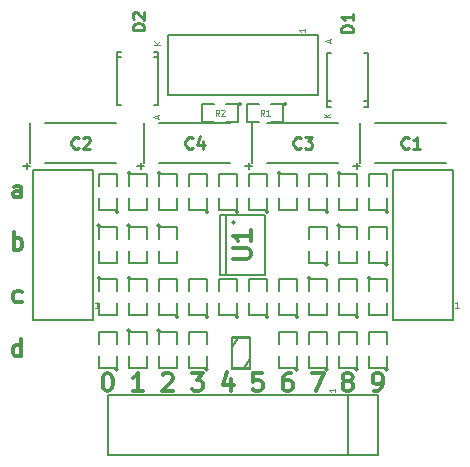
<source format=gbr>
G04 #@! TF.FileFunction,Legend,Top*
%FSLAX46Y46*%
G04 Gerber Fmt 4.6, Leading zero omitted, Abs format (unit mm)*
G04 Created by KiCad (PCBNEW 4.0.1-stable) date 8. 8. 2016 15:38:06*
%MOMM*%
G01*
G04 APERTURE LIST*
%ADD10C,0.100000*%
%ADD11C,0.300000*%
%ADD12C,0.150000*%
%ADD13C,0.050000*%
%ADD14C,0.304800*%
%ADD15C,0.109220*%
%ADD16C,0.250000*%
%ADD17C,0.099060*%
%ADD18C,0.175000*%
G04 APERTURE END LIST*
D10*
D11*
X128591429Y-105961571D02*
X128591429Y-104461571D01*
X128591429Y-105890143D02*
X128448572Y-105961571D01*
X128162858Y-105961571D01*
X128020000Y-105890143D01*
X127948572Y-105818714D01*
X127877143Y-105675857D01*
X127877143Y-105247286D01*
X127948572Y-105104429D01*
X128020000Y-105033000D01*
X128162858Y-104961571D01*
X128448572Y-104961571D01*
X128591429Y-105033000D01*
X128627143Y-101318143D02*
X128484286Y-101389571D01*
X128198572Y-101389571D01*
X128055714Y-101318143D01*
X127984286Y-101246714D01*
X127912857Y-101103857D01*
X127912857Y-100675286D01*
X127984286Y-100532429D01*
X128055714Y-100461000D01*
X128198572Y-100389571D01*
X128484286Y-100389571D01*
X128627143Y-100461000D01*
X127948572Y-96944571D02*
X127948572Y-95444571D01*
X127948572Y-96016000D02*
X128091429Y-95944571D01*
X128377143Y-95944571D01*
X128520000Y-96016000D01*
X128591429Y-96087429D01*
X128662858Y-96230286D01*
X128662858Y-96658857D01*
X128591429Y-96801714D01*
X128520000Y-96873143D01*
X128377143Y-96944571D01*
X128091429Y-96944571D01*
X127948572Y-96873143D01*
X128591429Y-92499571D02*
X128591429Y-91713857D01*
X128520000Y-91571000D01*
X128377143Y-91499571D01*
X128091429Y-91499571D01*
X127948572Y-91571000D01*
X128591429Y-92428143D02*
X128448572Y-92499571D01*
X128091429Y-92499571D01*
X127948572Y-92428143D01*
X127877143Y-92285286D01*
X127877143Y-92142429D01*
X127948572Y-91999571D01*
X128091429Y-91928143D01*
X128448572Y-91928143D01*
X128591429Y-91856714D01*
X158464286Y-108882571D02*
X158750001Y-108882571D01*
X158892858Y-108811143D01*
X158964286Y-108739714D01*
X159107144Y-108525429D01*
X159178572Y-108239714D01*
X159178572Y-107668286D01*
X159107144Y-107525429D01*
X159035715Y-107454000D01*
X158892858Y-107382571D01*
X158607144Y-107382571D01*
X158464286Y-107454000D01*
X158392858Y-107525429D01*
X158321429Y-107668286D01*
X158321429Y-108025429D01*
X158392858Y-108168286D01*
X158464286Y-108239714D01*
X158607144Y-108311143D01*
X158892858Y-108311143D01*
X159035715Y-108239714D01*
X159107144Y-108168286D01*
X159178572Y-108025429D01*
X156067144Y-108025429D02*
X155924286Y-107954000D01*
X155852858Y-107882571D01*
X155781429Y-107739714D01*
X155781429Y-107668286D01*
X155852858Y-107525429D01*
X155924286Y-107454000D01*
X156067144Y-107382571D01*
X156352858Y-107382571D01*
X156495715Y-107454000D01*
X156567144Y-107525429D01*
X156638572Y-107668286D01*
X156638572Y-107739714D01*
X156567144Y-107882571D01*
X156495715Y-107954000D01*
X156352858Y-108025429D01*
X156067144Y-108025429D01*
X155924286Y-108096857D01*
X155852858Y-108168286D01*
X155781429Y-108311143D01*
X155781429Y-108596857D01*
X155852858Y-108739714D01*
X155924286Y-108811143D01*
X156067144Y-108882571D01*
X156352858Y-108882571D01*
X156495715Y-108811143D01*
X156567144Y-108739714D01*
X156638572Y-108596857D01*
X156638572Y-108311143D01*
X156567144Y-108168286D01*
X156495715Y-108096857D01*
X156352858Y-108025429D01*
X153170001Y-107382571D02*
X154170001Y-107382571D01*
X153527144Y-108882571D01*
X151415715Y-107382571D02*
X151130001Y-107382571D01*
X150987144Y-107454000D01*
X150915715Y-107525429D01*
X150772858Y-107739714D01*
X150701429Y-108025429D01*
X150701429Y-108596857D01*
X150772858Y-108739714D01*
X150844286Y-108811143D01*
X150987144Y-108882571D01*
X151272858Y-108882571D01*
X151415715Y-108811143D01*
X151487144Y-108739714D01*
X151558572Y-108596857D01*
X151558572Y-108239714D01*
X151487144Y-108096857D01*
X151415715Y-108025429D01*
X151272858Y-107954000D01*
X150987144Y-107954000D01*
X150844286Y-108025429D01*
X150772858Y-108096857D01*
X150701429Y-108239714D01*
X148947144Y-107382571D02*
X148232858Y-107382571D01*
X148161429Y-108096857D01*
X148232858Y-108025429D01*
X148375715Y-107954000D01*
X148732858Y-107954000D01*
X148875715Y-108025429D01*
X148947144Y-108096857D01*
X149018572Y-108239714D01*
X149018572Y-108596857D01*
X148947144Y-108739714D01*
X148875715Y-108811143D01*
X148732858Y-108882571D01*
X148375715Y-108882571D01*
X148232858Y-108811143D01*
X148161429Y-108739714D01*
X146335715Y-107882571D02*
X146335715Y-108882571D01*
X145978572Y-107311143D02*
X145621429Y-108382571D01*
X146550001Y-108382571D01*
X143010001Y-107382571D02*
X143938572Y-107382571D01*
X143438572Y-107954000D01*
X143652858Y-107954000D01*
X143795715Y-108025429D01*
X143867144Y-108096857D01*
X143938572Y-108239714D01*
X143938572Y-108596857D01*
X143867144Y-108739714D01*
X143795715Y-108811143D01*
X143652858Y-108882571D01*
X143224286Y-108882571D01*
X143081429Y-108811143D01*
X143010001Y-108739714D01*
X140541429Y-107525429D02*
X140612858Y-107454000D01*
X140755715Y-107382571D01*
X141112858Y-107382571D01*
X141255715Y-107454000D01*
X141327144Y-107525429D01*
X141398572Y-107668286D01*
X141398572Y-107811143D01*
X141327144Y-108025429D01*
X140470001Y-108882571D01*
X141398572Y-108882571D01*
X138858572Y-108882571D02*
X138001429Y-108882571D01*
X138430001Y-108882571D02*
X138430001Y-107382571D01*
X138287144Y-107596857D01*
X138144286Y-107739714D01*
X138001429Y-107811143D01*
X135818572Y-107382571D02*
X135961429Y-107382571D01*
X136104286Y-107454000D01*
X136175715Y-107525429D01*
X136247144Y-107668286D01*
X136318572Y-107954000D01*
X136318572Y-108311143D01*
X136247144Y-108596857D01*
X136175715Y-108739714D01*
X136104286Y-108811143D01*
X135961429Y-108882571D01*
X135818572Y-108882571D01*
X135675715Y-108811143D01*
X135604286Y-108739714D01*
X135532858Y-108596857D01*
X135461429Y-108311143D01*
X135461429Y-107954000D01*
X135532858Y-107668286D01*
X135604286Y-107525429D01*
X135675715Y-107454000D01*
X135818572Y-107382571D01*
D12*
X165100000Y-102870000D02*
X160020000Y-102870000D01*
X160020000Y-102870000D02*
X160020000Y-90170000D01*
X160020000Y-90170000D02*
X165100000Y-90170000D01*
X165100000Y-90170000D02*
X165100000Y-102870000D01*
X159639000Y-98171000D02*
G75*
G03X159639000Y-98171000I-127000J0D01*
G01*
X159512000Y-97028000D02*
X159512000Y-98044000D01*
X159512000Y-98044000D02*
X157988000Y-98044000D01*
X157988000Y-98044000D02*
X157988000Y-97028000D01*
X157988000Y-96012000D02*
X157988000Y-94996000D01*
X157988000Y-94996000D02*
X159512000Y-94996000D01*
X159512000Y-94996000D02*
X159512000Y-96012000D01*
X146685000Y-94615000D02*
G75*
G03X146685000Y-94615000I-127000J0D01*
G01*
X145923000Y-93980000D02*
X145923000Y-99060000D01*
X149225000Y-93980000D02*
X149225000Y-99060000D01*
X145415000Y-93980000D02*
X145415000Y-99060000D01*
X145415000Y-93980000D02*
X149225000Y-93980000D01*
X145415000Y-99060000D02*
X149225000Y-99060000D01*
X137795000Y-99314000D02*
G75*
G03X137795000Y-99314000I-127000J0D01*
G01*
X137668000Y-100457000D02*
X137668000Y-99441000D01*
X137668000Y-99441000D02*
X139192000Y-99441000D01*
X139192000Y-99441000D02*
X139192000Y-100457000D01*
X139192000Y-101473000D02*
X139192000Y-102489000D01*
X139192000Y-102489000D02*
X137668000Y-102489000D01*
X137668000Y-102489000D02*
X137668000Y-101473000D01*
X140335000Y-90424000D02*
G75*
G03X140335000Y-90424000I-127000J0D01*
G01*
X140208000Y-91567000D02*
X140208000Y-90551000D01*
X140208000Y-90551000D02*
X141732000Y-90551000D01*
X141732000Y-90551000D02*
X141732000Y-91567000D01*
X141732000Y-92583000D02*
X141732000Y-93599000D01*
X141732000Y-93599000D02*
X140208000Y-93599000D01*
X140208000Y-93599000D02*
X140208000Y-92583000D01*
X136779000Y-93726000D02*
G75*
G03X136779000Y-93726000I-127000J0D01*
G01*
X136652000Y-92583000D02*
X136652000Y-93599000D01*
X136652000Y-93599000D02*
X135128000Y-93599000D01*
X135128000Y-93599000D02*
X135128000Y-92583000D01*
X135128000Y-91567000D02*
X135128000Y-90551000D01*
X135128000Y-90551000D02*
X136652000Y-90551000D01*
X136652000Y-90551000D02*
X136652000Y-91567000D01*
X135255000Y-94869000D02*
G75*
G03X135255000Y-94869000I-127000J0D01*
G01*
X135128000Y-96012000D02*
X135128000Y-94996000D01*
X135128000Y-94996000D02*
X136652000Y-94996000D01*
X136652000Y-94996000D02*
X136652000Y-96012000D01*
X136652000Y-97028000D02*
X136652000Y-98044000D01*
X136652000Y-98044000D02*
X135128000Y-98044000D01*
X135128000Y-98044000D02*
X135128000Y-97028000D01*
X146939000Y-93726000D02*
G75*
G03X146939000Y-93726000I-127000J0D01*
G01*
X146812000Y-92583000D02*
X146812000Y-93599000D01*
X146812000Y-93599000D02*
X145288000Y-93599000D01*
X145288000Y-93599000D02*
X145288000Y-92583000D01*
X145288000Y-91567000D02*
X145288000Y-90551000D01*
X145288000Y-90551000D02*
X146812000Y-90551000D01*
X146812000Y-90551000D02*
X146812000Y-91567000D01*
X149479000Y-93726000D02*
G75*
G03X149479000Y-93726000I-127000J0D01*
G01*
X149352000Y-92583000D02*
X149352000Y-93599000D01*
X149352000Y-93599000D02*
X147828000Y-93599000D01*
X147828000Y-93599000D02*
X147828000Y-92583000D01*
X147828000Y-91567000D02*
X147828000Y-90551000D01*
X147828000Y-90551000D02*
X149352000Y-90551000D01*
X149352000Y-90551000D02*
X149352000Y-91567000D01*
X144399000Y-102616000D02*
G75*
G03X144399000Y-102616000I-127000J0D01*
G01*
X144272000Y-101473000D02*
X144272000Y-102489000D01*
X144272000Y-102489000D02*
X142748000Y-102489000D01*
X142748000Y-102489000D02*
X142748000Y-101473000D01*
X142748000Y-100457000D02*
X142748000Y-99441000D01*
X142748000Y-99441000D02*
X144272000Y-99441000D01*
X144272000Y-99441000D02*
X144272000Y-100457000D01*
X146939000Y-102616000D02*
G75*
G03X146939000Y-102616000I-127000J0D01*
G01*
X146812000Y-101473000D02*
X146812000Y-102489000D01*
X146812000Y-102489000D02*
X145288000Y-102489000D01*
X145288000Y-102489000D02*
X145288000Y-101473000D01*
X145288000Y-100457000D02*
X145288000Y-99441000D01*
X145288000Y-99441000D02*
X146812000Y-99441000D01*
X146812000Y-99441000D02*
X146812000Y-100457000D01*
X149479000Y-102616000D02*
G75*
G03X149479000Y-102616000I-127000J0D01*
G01*
X149352000Y-101473000D02*
X149352000Y-102489000D01*
X149352000Y-102489000D02*
X147828000Y-102489000D01*
X147828000Y-102489000D02*
X147828000Y-101473000D01*
X147828000Y-100457000D02*
X147828000Y-99441000D01*
X147828000Y-99441000D02*
X149352000Y-99441000D01*
X149352000Y-99441000D02*
X149352000Y-100457000D01*
X150495000Y-90424000D02*
G75*
G03X150495000Y-90424000I-127000J0D01*
G01*
X150368000Y-91567000D02*
X150368000Y-90551000D01*
X150368000Y-90551000D02*
X151892000Y-90551000D01*
X151892000Y-90551000D02*
X151892000Y-91567000D01*
X151892000Y-92583000D02*
X151892000Y-93599000D01*
X151892000Y-93599000D02*
X150368000Y-93599000D01*
X150368000Y-93599000D02*
X150368000Y-92583000D01*
X153035000Y-99314000D02*
G75*
G03X153035000Y-99314000I-127000J0D01*
G01*
X152908000Y-100457000D02*
X152908000Y-99441000D01*
X152908000Y-99441000D02*
X154432000Y-99441000D01*
X154432000Y-99441000D02*
X154432000Y-100457000D01*
X154432000Y-101473000D02*
X154432000Y-102489000D01*
X154432000Y-102489000D02*
X152908000Y-102489000D01*
X152908000Y-102489000D02*
X152908000Y-101473000D01*
X159639000Y-93726000D02*
G75*
G03X159639000Y-93726000I-127000J0D01*
G01*
X159512000Y-92583000D02*
X159512000Y-93599000D01*
X159512000Y-93599000D02*
X157988000Y-93599000D01*
X157988000Y-93599000D02*
X157988000Y-92583000D01*
X157988000Y-91567000D02*
X157988000Y-90551000D01*
X157988000Y-90551000D02*
X159512000Y-90551000D01*
X159512000Y-90551000D02*
X159512000Y-91567000D01*
X154559000Y-98171000D02*
G75*
G03X154559000Y-98171000I-127000J0D01*
G01*
X154432000Y-97028000D02*
X154432000Y-98044000D01*
X154432000Y-98044000D02*
X152908000Y-98044000D01*
X152908000Y-98044000D02*
X152908000Y-97028000D01*
X152908000Y-96012000D02*
X152908000Y-94996000D01*
X152908000Y-94996000D02*
X154432000Y-94996000D01*
X154432000Y-94996000D02*
X154432000Y-96012000D01*
X158750000Y-109220000D02*
X158750000Y-114300000D01*
X158750000Y-114300000D02*
X156210000Y-114300000D01*
X156210000Y-114300000D02*
X156210000Y-109220000D01*
X156210000Y-109220000D02*
X158750000Y-109220000D01*
X153670000Y-78740000D02*
X153670000Y-83820000D01*
X153670000Y-83820000D02*
X140970000Y-83820000D01*
X140970000Y-83820000D02*
X140970000Y-78740000D01*
X140970000Y-78740000D02*
X153670000Y-78740000D01*
X134620000Y-102870000D02*
X129540000Y-102870000D01*
X129540000Y-102870000D02*
X129540000Y-90170000D01*
X129540000Y-90170000D02*
X134620000Y-90170000D01*
X134620000Y-90170000D02*
X134620000Y-102870000D01*
X141859000Y-102616000D02*
G75*
G03X141859000Y-102616000I-127000J0D01*
G01*
X141732000Y-101473000D02*
X141732000Y-102489000D01*
X141732000Y-102489000D02*
X140208000Y-102489000D01*
X140208000Y-102489000D02*
X140208000Y-101473000D01*
X140208000Y-100457000D02*
X140208000Y-99441000D01*
X140208000Y-99441000D02*
X141732000Y-99441000D01*
X141732000Y-99441000D02*
X141732000Y-100457000D01*
X140335000Y-94869000D02*
G75*
G03X140335000Y-94869000I-127000J0D01*
G01*
X140208000Y-96012000D02*
X140208000Y-94996000D01*
X140208000Y-94996000D02*
X141732000Y-94996000D01*
X141732000Y-94996000D02*
X141732000Y-96012000D01*
X141732000Y-97028000D02*
X141732000Y-98044000D01*
X141732000Y-98044000D02*
X140208000Y-98044000D01*
X140208000Y-98044000D02*
X140208000Y-97028000D01*
X136779000Y-107061000D02*
G75*
G03X136779000Y-107061000I-127000J0D01*
G01*
X136652000Y-105918000D02*
X136652000Y-106934000D01*
X136652000Y-106934000D02*
X135128000Y-106934000D01*
X135128000Y-106934000D02*
X135128000Y-105918000D01*
X135128000Y-104902000D02*
X135128000Y-103886000D01*
X135128000Y-103886000D02*
X136652000Y-103886000D01*
X136652000Y-103886000D02*
X136652000Y-104902000D01*
X137795000Y-103759000D02*
G75*
G03X137795000Y-103759000I-127000J0D01*
G01*
X137668000Y-104902000D02*
X137668000Y-103886000D01*
X137668000Y-103886000D02*
X139192000Y-103886000D01*
X139192000Y-103886000D02*
X139192000Y-104902000D01*
X139192000Y-105918000D02*
X139192000Y-106934000D01*
X139192000Y-106934000D02*
X137668000Y-106934000D01*
X137668000Y-106934000D02*
X137668000Y-105918000D01*
X144399000Y-93726000D02*
G75*
G03X144399000Y-93726000I-127000J0D01*
G01*
X144272000Y-92583000D02*
X144272000Y-93599000D01*
X144272000Y-93599000D02*
X142748000Y-93599000D01*
X142748000Y-93599000D02*
X142748000Y-92583000D01*
X142748000Y-91567000D02*
X142748000Y-90551000D01*
X142748000Y-90551000D02*
X144272000Y-90551000D01*
X144272000Y-90551000D02*
X144272000Y-91567000D01*
X140335000Y-103759000D02*
G75*
G03X140335000Y-103759000I-127000J0D01*
G01*
X140208000Y-104902000D02*
X140208000Y-103886000D01*
X140208000Y-103886000D02*
X141732000Y-103886000D01*
X141732000Y-103886000D02*
X141732000Y-104902000D01*
X141732000Y-105918000D02*
X141732000Y-106934000D01*
X141732000Y-106934000D02*
X140208000Y-106934000D01*
X140208000Y-106934000D02*
X140208000Y-105918000D01*
X137795000Y-94869000D02*
G75*
G03X137795000Y-94869000I-127000J0D01*
G01*
X137668000Y-96012000D02*
X137668000Y-94996000D01*
X137668000Y-94996000D02*
X139192000Y-94996000D01*
X139192000Y-94996000D02*
X139192000Y-96012000D01*
X139192000Y-97028000D02*
X139192000Y-98044000D01*
X139192000Y-98044000D02*
X137668000Y-98044000D01*
X137668000Y-98044000D02*
X137668000Y-97028000D01*
X137795000Y-90424000D02*
G75*
G03X137795000Y-90424000I-127000J0D01*
G01*
X137668000Y-91567000D02*
X137668000Y-90551000D01*
X137668000Y-90551000D02*
X139192000Y-90551000D01*
X139192000Y-90551000D02*
X139192000Y-91567000D01*
X139192000Y-92583000D02*
X139192000Y-93599000D01*
X139192000Y-93599000D02*
X137668000Y-93599000D01*
X137668000Y-93599000D02*
X137668000Y-92583000D01*
X151003000Y-84582000D02*
G75*
G03X151003000Y-84582000I-127000J0D01*
G01*
X149733000Y-84582000D02*
X150749000Y-84582000D01*
X150749000Y-84582000D02*
X150749000Y-86106000D01*
X150749000Y-86106000D02*
X149733000Y-86106000D01*
X148717000Y-86106000D02*
X147701000Y-86106000D01*
X147701000Y-86106000D02*
X147701000Y-84582000D01*
X147701000Y-84582000D02*
X148717000Y-84582000D01*
X147193000Y-84582000D02*
G75*
G03X147193000Y-84582000I-127000J0D01*
G01*
X145923000Y-84582000D02*
X146939000Y-84582000D01*
X146939000Y-84582000D02*
X146939000Y-86106000D01*
X146939000Y-86106000D02*
X145923000Y-86106000D01*
X144907000Y-86106000D02*
X143891000Y-86106000D01*
X143891000Y-86106000D02*
X143891000Y-84582000D01*
X143891000Y-84582000D02*
X144907000Y-84582000D01*
X157099000Y-107061000D02*
G75*
G03X157099000Y-107061000I-127000J0D01*
G01*
X156972000Y-105918000D02*
X156972000Y-106934000D01*
X156972000Y-106934000D02*
X155448000Y-106934000D01*
X155448000Y-106934000D02*
X155448000Y-105918000D01*
X155448000Y-104902000D02*
X155448000Y-103886000D01*
X155448000Y-103886000D02*
X156972000Y-103886000D01*
X156972000Y-103886000D02*
X156972000Y-104902000D01*
X154559000Y-93726000D02*
G75*
G03X154559000Y-93726000I-127000J0D01*
G01*
X154432000Y-92583000D02*
X154432000Y-93599000D01*
X154432000Y-93599000D02*
X152908000Y-93599000D01*
X152908000Y-93599000D02*
X152908000Y-92583000D01*
X152908000Y-91567000D02*
X152908000Y-90551000D01*
X152908000Y-90551000D02*
X154432000Y-90551000D01*
X154432000Y-90551000D02*
X154432000Y-91567000D01*
X154559000Y-107061000D02*
G75*
G03X154559000Y-107061000I-127000J0D01*
G01*
X154432000Y-105918000D02*
X154432000Y-106934000D01*
X154432000Y-106934000D02*
X152908000Y-106934000D01*
X152908000Y-106934000D02*
X152908000Y-105918000D01*
X152908000Y-104902000D02*
X152908000Y-103886000D01*
X152908000Y-103886000D02*
X154432000Y-103886000D01*
X154432000Y-103886000D02*
X154432000Y-104902000D01*
X152019000Y-102616000D02*
G75*
G03X152019000Y-102616000I-127000J0D01*
G01*
X151892000Y-101473000D02*
X151892000Y-102489000D01*
X151892000Y-102489000D02*
X150368000Y-102489000D01*
X150368000Y-102489000D02*
X150368000Y-101473000D01*
X150368000Y-100457000D02*
X150368000Y-99441000D01*
X150368000Y-99441000D02*
X151892000Y-99441000D01*
X151892000Y-99441000D02*
X151892000Y-100457000D01*
X157099000Y-102616000D02*
G75*
G03X157099000Y-102616000I-127000J0D01*
G01*
X156972000Y-101473000D02*
X156972000Y-102489000D01*
X156972000Y-102489000D02*
X155448000Y-102489000D01*
X155448000Y-102489000D02*
X155448000Y-101473000D01*
X155448000Y-100457000D02*
X155448000Y-99441000D01*
X155448000Y-99441000D02*
X156972000Y-99441000D01*
X156972000Y-99441000D02*
X156972000Y-100457000D01*
X159639000Y-107061000D02*
G75*
G03X159639000Y-107061000I-127000J0D01*
G01*
X159512000Y-105918000D02*
X159512000Y-106934000D01*
X159512000Y-106934000D02*
X157988000Y-106934000D01*
X157988000Y-106934000D02*
X157988000Y-105918000D01*
X157988000Y-104902000D02*
X157988000Y-103886000D01*
X157988000Y-103886000D02*
X159512000Y-103886000D01*
X159512000Y-103886000D02*
X159512000Y-104902000D01*
X155575000Y-94869000D02*
G75*
G03X155575000Y-94869000I-127000J0D01*
G01*
X155448000Y-96012000D02*
X155448000Y-94996000D01*
X155448000Y-94996000D02*
X156972000Y-94996000D01*
X156972000Y-94996000D02*
X156972000Y-96012000D01*
X156972000Y-97028000D02*
X156972000Y-98044000D01*
X156972000Y-98044000D02*
X155448000Y-98044000D01*
X155448000Y-98044000D02*
X155448000Y-97028000D01*
X155575000Y-90424000D02*
G75*
G03X155575000Y-90424000I-127000J0D01*
G01*
X155448000Y-91567000D02*
X155448000Y-90551000D01*
X155448000Y-90551000D02*
X156972000Y-90551000D01*
X156972000Y-90551000D02*
X156972000Y-91567000D01*
X156972000Y-92583000D02*
X156972000Y-93599000D01*
X156972000Y-93599000D02*
X155448000Y-93599000D01*
X155448000Y-93599000D02*
X155448000Y-92583000D01*
X140180060Y-80622140D02*
X139829540Y-80622140D01*
X136679940Y-80622140D02*
X137030460Y-80622140D01*
X140180060Y-80172560D02*
X139829540Y-80172560D01*
X140180060Y-84673440D02*
X139829540Y-84673440D01*
X136679940Y-84673440D02*
X137030460Y-84673440D01*
X136679940Y-80172560D02*
X137030460Y-80172560D01*
X140180060Y-84673440D02*
X140180060Y-80172560D01*
X136679940Y-84673440D02*
X136679940Y-80172560D01*
X154459940Y-84350860D02*
X154810460Y-84350860D01*
X157960060Y-84350860D02*
X157609540Y-84350860D01*
X154459940Y-84800440D02*
X154810460Y-84800440D01*
X154459940Y-80299560D02*
X154810460Y-80299560D01*
X157960060Y-80299560D02*
X157609540Y-80299560D01*
X157960060Y-84800440D02*
X157609540Y-84800440D01*
X154459940Y-80299560D02*
X154459940Y-84800440D01*
X157960060Y-80299560D02*
X157960060Y-84800440D01*
X135255000Y-99314000D02*
G75*
G03X135255000Y-99314000I-127000J0D01*
G01*
X135128000Y-100457000D02*
X135128000Y-99441000D01*
X135128000Y-99441000D02*
X136652000Y-99441000D01*
X136652000Y-99441000D02*
X136652000Y-100457000D01*
X136652000Y-101473000D02*
X136652000Y-102489000D01*
X136652000Y-102489000D02*
X135128000Y-102489000D01*
X135128000Y-102489000D02*
X135128000Y-101473000D01*
X158115000Y-99314000D02*
G75*
G03X158115000Y-99314000I-127000J0D01*
G01*
X157988000Y-100457000D02*
X157988000Y-99441000D01*
X157988000Y-99441000D02*
X159512000Y-99441000D01*
X159512000Y-99441000D02*
X159512000Y-100457000D01*
X159512000Y-101473000D02*
X159512000Y-102489000D01*
X159512000Y-102489000D02*
X157988000Y-102489000D01*
X157988000Y-102489000D02*
X157988000Y-101473000D01*
X157243780Y-86184740D02*
X157243780Y-89583260D01*
X164543740Y-89583260D02*
X158544260Y-89583260D01*
X164543740Y-86184740D02*
X158544260Y-86184740D01*
X129303780Y-86184740D02*
X129303780Y-89583260D01*
X136603740Y-89583260D02*
X130604260Y-89583260D01*
X136603740Y-86184740D02*
X130604260Y-86184740D01*
X148099780Y-86184740D02*
X148099780Y-89583260D01*
X155399740Y-89583260D02*
X149400260Y-89583260D01*
X155399740Y-86184740D02*
X149400260Y-86184740D01*
X138955780Y-86184740D02*
X138955780Y-89583260D01*
X146255740Y-89583260D02*
X140256260Y-89583260D01*
X146255740Y-86184740D02*
X140256260Y-86184740D01*
X156210000Y-109220000D02*
X156210000Y-114300000D01*
X156210000Y-114300000D02*
X135890000Y-114300000D01*
X135890000Y-114300000D02*
X135890000Y-109220000D01*
X135890000Y-109220000D02*
X156210000Y-109220000D01*
X144399000Y-107061000D02*
G75*
G03X144399000Y-107061000I-127000J0D01*
G01*
X144272000Y-105918000D02*
X144272000Y-106934000D01*
X144272000Y-106934000D02*
X142748000Y-106934000D01*
X142748000Y-106934000D02*
X142748000Y-105918000D01*
X142748000Y-104902000D02*
X142748000Y-103886000D01*
X142748000Y-103886000D02*
X144272000Y-103886000D01*
X144272000Y-103886000D02*
X144272000Y-104902000D01*
X152019000Y-107061000D02*
G75*
G03X152019000Y-107061000I-127000J0D01*
G01*
X151892000Y-105918000D02*
X151892000Y-106934000D01*
X151892000Y-106934000D02*
X150368000Y-106934000D01*
X150368000Y-106934000D02*
X150368000Y-105918000D01*
X150368000Y-104902000D02*
X150368000Y-103886000D01*
X150368000Y-103886000D02*
X151892000Y-103886000D01*
X151892000Y-103886000D02*
X151892000Y-104902000D01*
X146431000Y-105156000D02*
X146939000Y-104394000D01*
X146431000Y-106934000D02*
X146431000Y-104330500D01*
X146431000Y-104330500D02*
X147955000Y-104330500D01*
X147955000Y-104330500D02*
X147955000Y-106934000D01*
X147955000Y-106934000D02*
X146431000Y-106934000D01*
X147955000Y-106172000D02*
X147447000Y-106934000D01*
X147955000Y-104394000D02*
X147955000Y-106997500D01*
X147955000Y-106997500D02*
X146431000Y-106997500D01*
X146431000Y-106997500D02*
X146431000Y-104394000D01*
X146431000Y-104394000D02*
X147955000Y-104394000D01*
X146431000Y-105156000D02*
X146939000Y-104394000D01*
X146431000Y-106934000D02*
X146431000Y-104330500D01*
X146431000Y-104330500D02*
X147955000Y-104330500D01*
X147955000Y-104330500D02*
X147955000Y-106934000D01*
X147955000Y-106934000D02*
X146431000Y-106934000D01*
D13*
X165623857Y-101826190D02*
X165338143Y-101826190D01*
X165481000Y-101826190D02*
X165481000Y-101326190D01*
X165433381Y-101397619D01*
X165385762Y-101445238D01*
X165338143Y-101469048D01*
D14*
X146485429Y-97681143D02*
X147719143Y-97681143D01*
X147864286Y-97608571D01*
X147936857Y-97536000D01*
X148009429Y-97390857D01*
X148009429Y-97100571D01*
X147936857Y-96955429D01*
X147864286Y-96882857D01*
X147719143Y-96810286D01*
X146485429Y-96810286D01*
X148009429Y-95286286D02*
X148009429Y-96157143D01*
X148009429Y-95721715D02*
X146485429Y-95721715D01*
X146703143Y-95866858D01*
X146848286Y-96012000D01*
X146920857Y-96157143D01*
D13*
X152626190Y-78216143D02*
X152626190Y-78501857D01*
X152626190Y-78359000D02*
X152126190Y-78359000D01*
X152197619Y-78406619D01*
X152245238Y-78454238D01*
X152269048Y-78501857D01*
X135143857Y-101826190D02*
X134858143Y-101826190D01*
X135001000Y-101826190D02*
X135001000Y-101326190D01*
X134953381Y-101397619D01*
X134905762Y-101445238D01*
X134858143Y-101469048D01*
D15*
X149141604Y-85570362D02*
X148974810Y-85332086D01*
X148855672Y-85570362D02*
X148855672Y-85069982D01*
X149046293Y-85069982D01*
X149093948Y-85093810D01*
X149117776Y-85117638D01*
X149141604Y-85165293D01*
X149141604Y-85236776D01*
X149117776Y-85284431D01*
X149093948Y-85308259D01*
X149046293Y-85332086D01*
X148855672Y-85332086D01*
X149618156Y-85570362D02*
X149332224Y-85570362D01*
X149475190Y-85570362D02*
X149475190Y-85069982D01*
X149427535Y-85141465D01*
X149379880Y-85189120D01*
X149332224Y-85212948D01*
X145331604Y-85570362D02*
X145164810Y-85332086D01*
X145045672Y-85570362D02*
X145045672Y-85069982D01*
X145236293Y-85069982D01*
X145283948Y-85093810D01*
X145307776Y-85117638D01*
X145331604Y-85165293D01*
X145331604Y-85236776D01*
X145307776Y-85284431D01*
X145283948Y-85308259D01*
X145236293Y-85332086D01*
X145045672Y-85332086D01*
X145522224Y-85117638D02*
X145546052Y-85093810D01*
X145593707Y-85069982D01*
X145712845Y-85069982D01*
X145760501Y-85093810D01*
X145784328Y-85117638D01*
X145808156Y-85165293D01*
X145808156Y-85212948D01*
X145784328Y-85284431D01*
X145498397Y-85570362D01*
X145808156Y-85570362D01*
D16*
X139009381Y-78335095D02*
X138009381Y-78335095D01*
X138009381Y-78097000D01*
X138057000Y-77954142D01*
X138152238Y-77858904D01*
X138247476Y-77811285D01*
X138437952Y-77763666D01*
X138580810Y-77763666D01*
X138771286Y-77811285D01*
X138866524Y-77858904D01*
X138961762Y-77954142D01*
X139009381Y-78097000D01*
X139009381Y-78335095D01*
X138104619Y-77382714D02*
X138057000Y-77335095D01*
X138009381Y-77239857D01*
X138009381Y-77001761D01*
X138057000Y-76906523D01*
X138104619Y-76858904D01*
X138199857Y-76811285D01*
X138295095Y-76811285D01*
X138437952Y-76858904D01*
X139009381Y-77430333D01*
X139009381Y-76811285D01*
D17*
X140113597Y-85841598D02*
X140113597Y-85603321D01*
X140256562Y-85889253D02*
X139756182Y-85722459D01*
X140256562Y-85555666D01*
X140355622Y-79554312D02*
X139855242Y-79554312D01*
X140355622Y-79268380D02*
X140069691Y-79482829D01*
X139855242Y-79268380D02*
X140141174Y-79554312D01*
D16*
X156662381Y-78462095D02*
X155662381Y-78462095D01*
X155662381Y-78224000D01*
X155710000Y-78081142D01*
X155805238Y-77985904D01*
X155900476Y-77938285D01*
X156090952Y-77890666D01*
X156233810Y-77890666D01*
X156424286Y-77938285D01*
X156519524Y-77985904D01*
X156614762Y-78081142D01*
X156662381Y-78224000D01*
X156662381Y-78462095D01*
X156662381Y-76938285D02*
X156662381Y-77509714D01*
X156662381Y-77224000D02*
X155662381Y-77224000D01*
X155805238Y-77319238D01*
X155900476Y-77414476D01*
X155948095Y-77509714D01*
D17*
X154693197Y-79369678D02*
X154693197Y-79131401D01*
X154836162Y-79417333D02*
X154335782Y-79250539D01*
X154836162Y-79083746D01*
X154737102Y-85680792D02*
X154236722Y-85680792D01*
X154737102Y-85394860D02*
X154451171Y-85609309D01*
X154236722Y-85394860D02*
X154522654Y-85680792D01*
D16*
X161390034Y-88279243D02*
X161342415Y-88326862D01*
X161199558Y-88374481D01*
X161104320Y-88374481D01*
X160961462Y-88326862D01*
X160866224Y-88231624D01*
X160818605Y-88136386D01*
X160770986Y-87945910D01*
X160770986Y-87803052D01*
X160818605Y-87612576D01*
X160866224Y-87517338D01*
X160961462Y-87422100D01*
X161104320Y-87374481D01*
X161199558Y-87374481D01*
X161342415Y-87422100D01*
X161390034Y-87469719D01*
X162342415Y-88374481D02*
X161770986Y-88374481D01*
X162056700Y-88374481D02*
X162056700Y-87374481D01*
X161961462Y-87517338D01*
X161866224Y-87612576D01*
X161770986Y-87660195D01*
D18*
X156705334Y-89839000D02*
X157238667Y-89839000D01*
X156972000Y-90105667D02*
X156972000Y-89572333D01*
D16*
X133450034Y-88279243D02*
X133402415Y-88326862D01*
X133259558Y-88374481D01*
X133164320Y-88374481D01*
X133021462Y-88326862D01*
X132926224Y-88231624D01*
X132878605Y-88136386D01*
X132830986Y-87945910D01*
X132830986Y-87803052D01*
X132878605Y-87612576D01*
X132926224Y-87517338D01*
X133021462Y-87422100D01*
X133164320Y-87374481D01*
X133259558Y-87374481D01*
X133402415Y-87422100D01*
X133450034Y-87469719D01*
X133830986Y-87469719D02*
X133878605Y-87422100D01*
X133973843Y-87374481D01*
X134211939Y-87374481D01*
X134307177Y-87422100D01*
X134354796Y-87469719D01*
X134402415Y-87564957D01*
X134402415Y-87660195D01*
X134354796Y-87803052D01*
X133783367Y-88374481D01*
X134402415Y-88374481D01*
D18*
X128765334Y-89839000D02*
X129298667Y-89839000D01*
X129032000Y-90105667D02*
X129032000Y-89572333D01*
D16*
X152246034Y-88279243D02*
X152198415Y-88326862D01*
X152055558Y-88374481D01*
X151960320Y-88374481D01*
X151817462Y-88326862D01*
X151722224Y-88231624D01*
X151674605Y-88136386D01*
X151626986Y-87945910D01*
X151626986Y-87803052D01*
X151674605Y-87612576D01*
X151722224Y-87517338D01*
X151817462Y-87422100D01*
X151960320Y-87374481D01*
X152055558Y-87374481D01*
X152198415Y-87422100D01*
X152246034Y-87469719D01*
X152579367Y-87374481D02*
X153198415Y-87374481D01*
X152865081Y-87755433D01*
X153007939Y-87755433D01*
X153103177Y-87803052D01*
X153150796Y-87850671D01*
X153198415Y-87945910D01*
X153198415Y-88184005D01*
X153150796Y-88279243D01*
X153103177Y-88326862D01*
X153007939Y-88374481D01*
X152722224Y-88374481D01*
X152626986Y-88326862D01*
X152579367Y-88279243D01*
D18*
X147561334Y-89839000D02*
X148094667Y-89839000D01*
X147828000Y-90105667D02*
X147828000Y-89572333D01*
D16*
X143102034Y-88279243D02*
X143054415Y-88326862D01*
X142911558Y-88374481D01*
X142816320Y-88374481D01*
X142673462Y-88326862D01*
X142578224Y-88231624D01*
X142530605Y-88136386D01*
X142482986Y-87945910D01*
X142482986Y-87803052D01*
X142530605Y-87612576D01*
X142578224Y-87517338D01*
X142673462Y-87422100D01*
X142816320Y-87374481D01*
X142911558Y-87374481D01*
X143054415Y-87422100D01*
X143102034Y-87469719D01*
X143959177Y-87707814D02*
X143959177Y-88374481D01*
X143721081Y-87326862D02*
X143482986Y-88041148D01*
X144102034Y-88041148D01*
D18*
X138417334Y-89839000D02*
X138950667Y-89839000D01*
X138684000Y-90105667D02*
X138684000Y-89572333D01*
D13*
X155166190Y-108696143D02*
X155166190Y-108981857D01*
X155166190Y-108839000D02*
X154666190Y-108839000D01*
X154737619Y-108886619D01*
X154785238Y-108934238D01*
X154809048Y-108981857D01*
M02*

</source>
